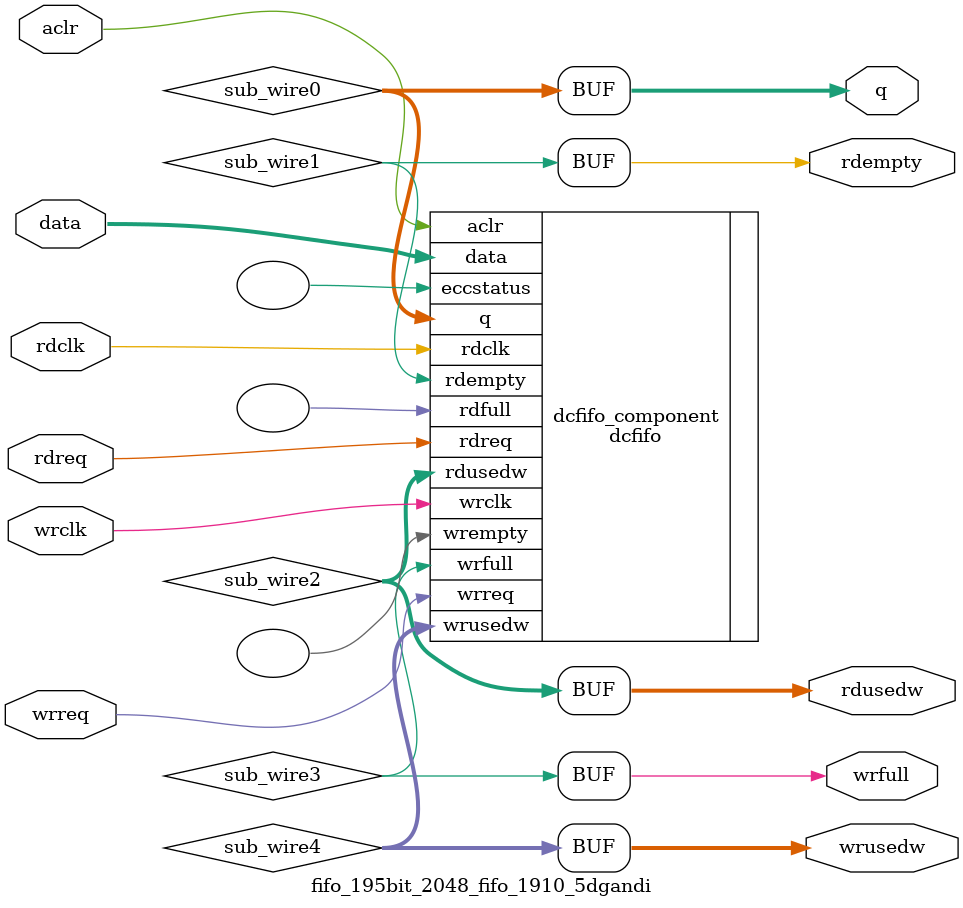
<source format=v>



`timescale 1 ps / 1 ps
// synopsys translate_on
module  fifo_195bit_2048_fifo_1910_5dgandi  (
    aclr,
    data,
    rdclk,
    rdreq,
    wrclk,
    wrreq,
    q,
    rdempty,
    rdusedw,
    wrfull,
    wrusedw);

    input    aclr;
    input  [194:0]  data;
    input    rdclk;
    input    rdreq;
    input    wrclk;
    input    wrreq;
    output [194:0]  q;
    output   rdempty;
    output [10:0]  rdusedw;
    output   wrfull;
    output [10:0]  wrusedw;
`ifndef ALTERA_RESERVED_QIS
// synopsys translate_off
`endif
    tri0     aclr;
`ifndef ALTERA_RESERVED_QIS
// synopsys translate_on
`endif

    wire [194:0] sub_wire0;
    wire  sub_wire1;
    wire [10:0] sub_wire2;
    wire  sub_wire3;
    wire [10:0] sub_wire4;
    wire [194:0] q = sub_wire0[194:0];
    wire  rdempty = sub_wire1;
    wire [10:0] rdusedw = sub_wire2[10:0];
    wire  wrfull = sub_wire3;
    wire [10:0] wrusedw = sub_wire4[10:0];

    dcfifo  dcfifo_component (
                .aclr (aclr),
                .data (data),
                .rdclk (rdclk),
                .rdreq (rdreq),
                .wrclk (wrclk),
                .wrreq (wrreq),
                .q (sub_wire0),
                .rdempty (sub_wire1),
                .rdusedw (sub_wire2),
                .wrfull (sub_wire3),
                .wrusedw (sub_wire4),
                .eccstatus (),
                .rdfull (),
                .wrempty ());
    defparam
        dcfifo_component.enable_ecc  = "FALSE",
        dcfifo_component.intended_device_family  = "Arria 10",
        dcfifo_component.lpm_hint  = "RAM_BLOCK_TYPE=M20K,DISABLE_DCFIFO_EMBEDDED_TIMING_CONSTRAINT=TRUE",
        dcfifo_component.lpm_numwords  = 2048,
        dcfifo_component.lpm_showahead  = "OFF",
        dcfifo_component.lpm_type  = "dcfifo",
        dcfifo_component.lpm_width  = 195,
        dcfifo_component.lpm_widthu  = 11,
        dcfifo_component.overflow_checking  = "ON",
        dcfifo_component.rdsync_delaypipe  = 4,
        dcfifo_component.read_aclr_synch  = "ON",
        dcfifo_component.underflow_checking  = "ON",
        dcfifo_component.use_eab  = "ON",
        dcfifo_component.write_aclr_synch  = "ON",
        dcfifo_component.wrsync_delaypipe  = 4;


endmodule



</source>
